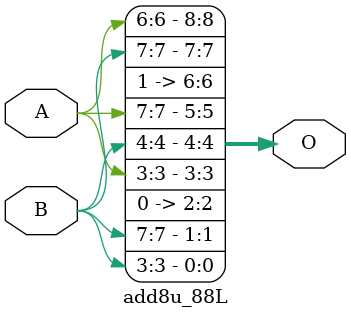
<source format=v>

/***
* This code is a part of EvoApproxLib library (ehw.fit.vutbr.cz/approxlib) distributed under The MIT License.
* When used, please cite the following article(s): V. Mrazek, L. Sekanina, Z. Vasicek "Libraries of Approximate Circuits: Automated Design and Application in CNN Accelerators" IEEE Journal on Emerging and Selected Topics in Circuits and Systems, Vol 10, No 4, 2020 
* This file contains a circuit from a sub-set of pareto optimal circuits with respect to the pwr and mre parameters
***/
// MAE% = 19.67 %
// MAE = 101 
// WCE% = 50.39 %
// WCE = 258 
// WCRE% = 6300.00 %
// EP% = 99.77 %
// MRE% = 49.16 %
// MSE = 14074 
// PDK45_PWR = 0.000 mW
// PDK45_AREA = 0.0 um2
// PDK45_DELAY = 0.00 ns


module add8u_88L(A, B, O);
  input [7:0] A, B;
  output [8:0] O;
  assign O[2] = 1'b0;
  assign O[6] = 1'b1;
  assign O[7] = B[7];
  assign O[0] = B[3];
  assign O[1] = B[7];
  assign O[3] = A[3];
  assign O[4] = B[4];
  assign O[5] = A[7];
  assign O[8] = A[6];
endmodule


</source>
